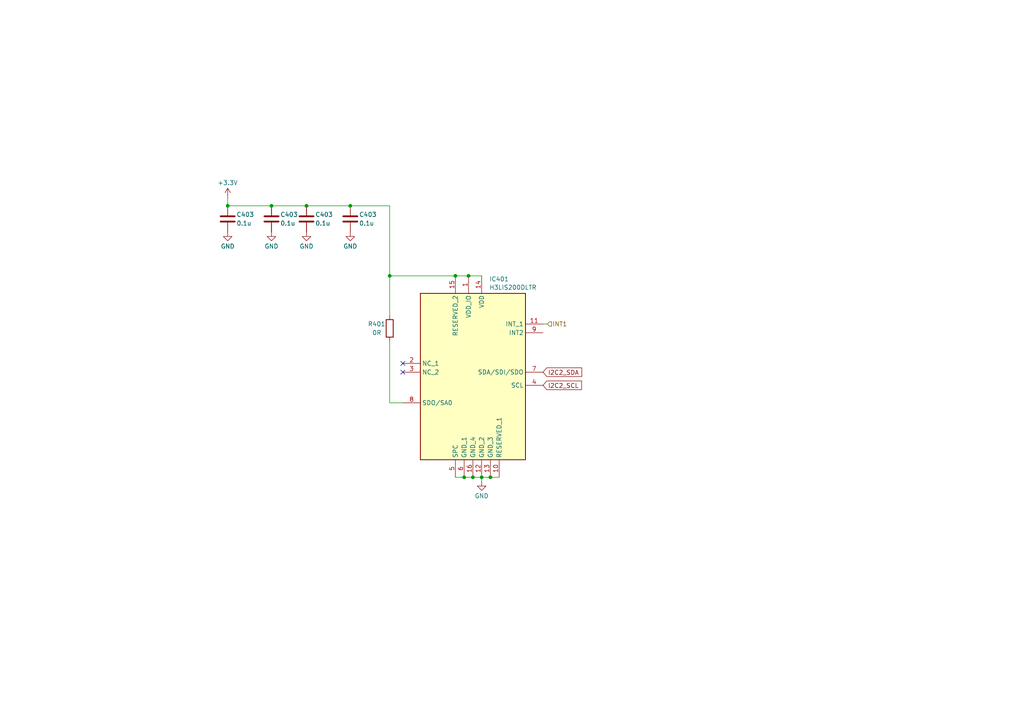
<source format=kicad_sch>
(kicad_sch (version 20230121) (generator eeschema)
  (paper "A4")
  (lib_symbols
    (symbol "Device:C" (pin_numbers hide) (pin_names (offset 0.254))
      (property "Reference" "C" (at 0.635 2.54 0))
      (property "Value" "C" (at 0.635 -2.54 0))
      (symbol "C_0_1"
        (polyline (pts (xy -2.032 -0.762) (xy 2.032 -0.762)) (stroke (width 0.508)))
        (polyline (pts (xy -2.032 0.762) (xy 2.032 0.762)) (stroke (width 0.508)))
      )
      (symbol "C_1_1"
        (pin passive line (at 0 3.81 270) (length 2.794) (name "~") (number "1"))
        (pin passive line (at 0 -3.81 90) (length 2.794) (name "~") (number "2"))
      )
    )
    (symbol "Device:R" (pin_numbers hide) (pin_names (offset 0))
      (property "Reference" "R" (at 2.032 0 90))
      (property "Value" "R" (at 0 0 90))
      (symbol "R_0_1"
        (rectangle (start -1.016 -2.54) (end 1.016 2.54) (stroke (width 0.254)))
      )
      (symbol "R_1_1"
        (pin passive line (at 0 3.81 270) (length 1.27) (name "~") (number "1"))
        (pin passive line (at 0 -3.81 90) (length 1.27) (name "~") (number "2"))
      )
    )
    (symbol "SamacSys_Parts:H3LIS200DLTR"
      (property "Reference" "IC401" (at 25.0541 21.9243 0))
      (property "Value" "H3LIS200DLTR" (at 25.0541 19.5001 0))
      (symbol "H3LIS200DLTR_1_1"
        (rectangle (start 5.08 17.78) (end 35.56 -30.48) (stroke (width 0.254)) (fill (type background)))
        (pin passive line (at 19.05 22.86 270) (length 5.08) (name "VDD_IO") (number "1"))
        (pin passive line (at 27.94 -35.56 90) (length 5.08) (name "RESERVED_1") (number "10"))
        (pin passive line (at 40.64 8.89 180) (length 5.08) (name "INT_1") (number "11"))
        (pin passive line (at 22.86 -35.56 90) (length 5.08) (name "GND_2") (number "12"))
        (pin passive line (at 25.4 -35.56 90) (length 5.08) (name "GND_3") (number "13"))
        (pin passive line (at 22.86 22.86 270) (length 5.08) (name "VDD") (number "14"))
        (pin passive line (at 15.24 22.86 270) (length 5.08) (name "RESERVED_2") (number "15"))
        (pin passive line (at 20.32 -35.56 90) (length 5.08) (name "GND_4") (number "16"))
        (pin passive line (at 0 -2.54 0) (length 5.08) (name "NC_1") (number "2"))
        (pin passive line (at 0 -5.08 0) (length 5.08) (name "NC_2") (number "3"))
        (pin passive line (at 40.64 -8.89 180) (length 5.08) (name "SCL") (number "4"))
        (pin passive line (at 15.24 -35.56 90) (length 5.08) (name "SPC") (number "5"))
        (pin passive line (at 17.78 -35.56 90) (length 5.08) (name "GND_1") (number "6"))
        (pin passive line (at 40.64 -5.08 180) (length 5.08) (name "SDA/SDI/SDO") (number "7"))
        (pin passive line (at 0 -13.97 0) (length 5.08) (name "SDO/SA0") (number "8"))
        (pin passive line (at 40.64 6.35 180) (length 5.08) (name "INT2") (number "9"))
      )
    )
    (symbol "power:+3.3V" (power) (pin_names (offset 0))
      (property "Value" "+3.3V" (at 0 3.556 0))
      (symbol "+3.3V_0_1"
        (polyline (pts (xy -0.762 1.27) (xy 0 2.54)))
        (polyline (pts (xy 0 0) (xy 0 2.54)))
        (polyline (pts (xy 0 2.54) (xy 0.762 1.27)))
      )
      (symbol "+3.3V_1_1"
        (pin power_in line (at 0 0 90) (length 0) hide (name "+3.3V") (number "1"))
      )
    )
    (symbol "power:GND" (power) (pin_names (offset 0))
      (property "Value" "GND" (at 0 -3.81 0))
      (symbol "GND_0_1"
        (polyline (pts (xy 0 0) (xy 0 -1.27) (xy 1.27 -1.27) (xy 0 -2.54) (xy -1.27 -1.27) (xy 0 -1.27)))
      )
      (symbol "GND_1_1"
        (pin power_in line (at 0 0 270) (length 0) hide (name "GND") (number "1"))
      )
    )
  )
  (junction (at 88.9 59.69))
  (junction (at 101.6 59.69))
  (junction (at 142.24 138.43))
  (junction (at 113.03 80.01))
  (junction (at 132.08 80.01))
  (junction (at 135.89 80.01))
  (junction (at 137.16 138.43))
  (junction (at 139.7 138.43))
  (junction (at 134.62 138.43))
  (junction (at 66.04 59.69))
  (junction (at 78.74 59.69))
  (no_connect (at 116.84 107.95))
  (no_connect (at 116.84 105.41))
  (wire (pts (xy 101.6 59.69) (xy 113.03 59.69)))
  (wire (pts (xy 132.08 138.43) (xy 134.62 138.43)))
  (wire (pts (xy 142.24 138.43) (xy 144.78 138.43)))
  (wire (pts (xy 135.89 80.01) (xy 139.7 80.01)))
  (wire (pts (xy 113.03 59.69) (xy 113.03 80.01)))
  (wire (pts (xy 137.16 138.43) (xy 139.7 138.43)))
  (wire (pts (xy 157.48 93.98) (xy 158.75 93.98)))
  (wire (pts (xy 66.04 59.69) (xy 78.74 59.69)))
  (wire (pts (xy 113.03 80.01) (xy 113.03 91.44)))
  (wire (pts (xy 134.62 138.43) (xy 137.16 138.43)))
  (wire (pts (xy 132.08 80.01) (xy 135.89 80.01)))
  (wire (pts (xy 113.03 99.06) (xy 113.03 116.84)))
  (wire (pts (xy 66.04 57.15) (xy 66.04 59.69)))
  (wire (pts (xy 139.7 138.43) (xy 142.24 138.43)))
  (wire (pts (xy 78.74 59.69) (xy 88.9 59.69)))
  (wire (pts (xy 116.84 116.84) (xy 113.03 116.84)))
  (wire (pts (xy 139.7 139.7) (xy 139.7 138.43)))
  (wire (pts (xy 113.03 80.01) (xy 132.08 80.01)))
  (wire (pts (xy 88.9 59.69) (xy 101.6 59.69)))
  (global_label "I2C2_SCL" (shape input) (at 157.48 111.76 0) (property "Intersheetrefs" "${INTERSHEET_REFS}" (effects hide)))
  (global_label "I2C2_SDA" (shape input) (at 157.48 107.95 0) (property "Intersheetrefs" "${INTERSHEET_REFS}" (effects hide)))
  (hierarchical_label "INT1" (shape input) (at 158.75 93.98 0))
  (symbol (lib_id "SamacSys_Parts:H3LIS200DLTR") (at 116.84 102.87 0) (unit 1)
    (property "Reference" "IC401" (at 141.8941 80.9457 0) (effects (justify left)))
    (property "Value" "H3LIS200DLTR" (at 141.8941 83.3699 0) (effects (justify left)))
    (property "Footprint" "SamacSys_Parts:LGA16R50P3X5_300X300X100" (effects hide))
    (property "Datasheet" "http://uk.rs-online.com/web/p/products/1116449" (effects hide))
    (property "Manufacturer_Name" "STMicroelectronics" (effects hide))
    (property "Manufacturer_Part_Number" "H3LIS200DLTR" (effects hide))
    (property "Mouser Part Number" "511-H3LIS200DLTR" (effects hide))
    (property "Mouser Price/Stock" "https://www.mouser.co.uk/ProductDetail/STMicroelectronics/H3LIS200DLTR?qs=v3MacVxtdDIi8KjLXp352A%3D%3D" (effects hide))
    (property "Arrow Part Number" "H3LIS200DLTR" (effects hide))
    (property "Arrow Price/Stock" "https://www.arrow.com/en/products/h3lis200dltr/stmicroelectronics?region=europe" (effects hide))
  )
  (symbol (lib_id "power:GND") (at 88.9 67.31 0) (unit 1)
    (property "Reference" "#PWR0209" (effects hide))
    (property "Value" "GND" (at 88.9 71.4431 0))
    (instances (project "obc-hardware" (path "" (reference "#PWR0209") (unit 1)) (path "" (reference "#PWR0501") (unit 1)) (path "" (reference "#PWR0405") (unit 1))))
  )
  (symbol (lib_id "Device:C") (at 78.74 63.5 0) (unit 1)
    (property "Reference" "C403" (at 81.28 62.23 0) (effects (justify left)))
    (property "Value" "0.1u" (at 81.28 64.77 0) (effects (justify left)))
    (property "Footprint" "Capacitor_SMD:C_0603_1608Metric" (effects hide))
    (instances (project "electrical-power-system" (path "" (reference "C403") (unit 1))) (project "obc-hardware" (path "" (reference "C202") (unit 1)) (path "" (reference "C502") (unit 1)) (path "" (reference "C402") (unit 1))) (project "PDB" (path "" (reference "C18") (unit 1))))
  )
  (symbol (lib_id "Device:R") (at 113.03 95.25 0) (unit 1)
    (property "Reference" "R401" (at 106.68 93.98 0) (effects (justify left)))
    (property "Value" "0R" (at 107.95 96.52 0) (effects (justify left)))
    (property "Footprint" "Resistor_SMD:R_0603_1608Metric_Pad0.98x0.95mm_HandSolder" (effects hide))
    (instances (project "electrical-power-system" (path "" (reference "R401") (unit 1))) (project "obc-hardware" (path "" (reference "R203") (unit 1)) (path "" (reference "R401") (unit 1))))
  )
  (symbol (lib_id "Device:C") (at 66.04 63.5 0) (unit 1)
    (property "Reference" "C403" (at 68.58 62.23 0) (effects (justify left)))
    (property "Value" "0.1u" (at 68.58 64.77 0) (effects (justify left)))
    (property "Footprint" "Capacitor_SMD:C_0603_1608Metric" (effects hide))
    (instances (project "electrical-power-system" (path "" (reference "C403") (unit 1))) (project "obc-hardware" (path "" (reference "C201") (unit 1)) (path "" (reference "C501") (unit 1)) (path "" (reference "C401") (unit 1))) (project "PDB" (path "" (reference "C18") (unit 1))))
  )
  (symbol (lib_id "Device:C") (at 101.6 63.5 0) (unit 1)
    (property "Reference" "C403" (at 104.14 62.23 0) (effects (justify left)))
    (property "Value" "0.1u" (at 104.14 64.77 0) (effects (justify left)))
    (property "Footprint" "Capacitor_SMD:C_0603_1608Metric" (effects hide))
    (instances (project "electrical-power-system" (path "" (reference "C403") (unit 1))) (project "obc-hardware" (path "" (reference "C202") (unit 1)) (path "" (reference "C502") (unit 1)) (path "" (reference "C404") (unit 1))) (project "PDB" (path "" (reference "C18") (unit 1))))
  )
  (symbol (lib_id "Device:C") (at 88.9 63.5 0) (unit 1)
    (property "Reference" "C403" (at 91.44 62.23 0) (effects (justify left)))
    (property "Value" "0.1u" (at 91.44 64.77 0) (effects (justify left)))
    (property "Footprint" "Capacitor_SMD:C_0603_1608Metric" (effects hide))
    (instances (project "electrical-power-system" (path "" (reference "C403") (unit 1))) (project "obc-hardware" (path "" (reference "C201") (unit 1)) (path "" (reference "C501") (unit 1)) (path "" (reference "C403") (unit 1))) (project "PDB" (path "" (reference "C18") (unit 1))))
  )
  (symbol (lib_id "power:GND") (at 139.7 139.7 0) (unit 1)
    (property "Reference" "#PWR0116" (effects hide))
    (property "Value" "GND" (at 139.7 143.8355 0))
    (instances (project "electrical-power-system" (path "" (reference "#PWR0116") (unit 1))) (project "obc-hardware" (path "" (reference "#PWR0107") (unit 1)) (path "" (reference "#PWR0307") (unit 1)) (path "" (reference "#PWR0401") (unit 1))))
  )
  (symbol (lib_id "power:GND") (at 101.6 67.31 0) (unit 1)
    (property "Reference" "#PWR0208" (effects hide))
    (property "Value" "GND" (at 101.6 71.4431 0))
    (instances (project "obc-hardware" (path "" (reference "#PWR0208") (unit 1)) (path "" (reference "#PWR0502") (unit 1)) (path "" (reference "#PWR0406") (unit 1))))
  )
  (symbol (lib_id "power:+3.3V") (at 66.04 57.15 0) (unit 1)
    (property "Reference" "#PWR0402" (effects hide))
    (property "Value" "+3.3V" (at 66.04 53.0169 0))
  )
  (symbol (lib_id "power:GND") (at 78.74 67.31 0) (unit 1)
    (property "Reference" "#PWR0208" (effects hide))
    (property "Value" "GND" (at 78.74 71.4431 0))
    (instances (project "obc-hardware" (path "" (reference "#PWR0208") (unit 1)) (path "" (reference "#PWR0502") (unit 1)) (path "" (reference "#PWR0404") (unit 1))))
  )
  (symbol (lib_id "power:GND") (at 66.04 67.31 0) (unit 1)
    (property "Reference" "#PWR0209" (effects hide))
    (property "Value" "GND" (at 66.04 71.4431 0))
    (instances (project "obc-hardware" (path "" (reference "#PWR0209") (unit 1)) (path "" (reference "#PWR0501") (unit 1)) (path "" (reference "#PWR0403") (unit 1))))
  )
)
</source>
